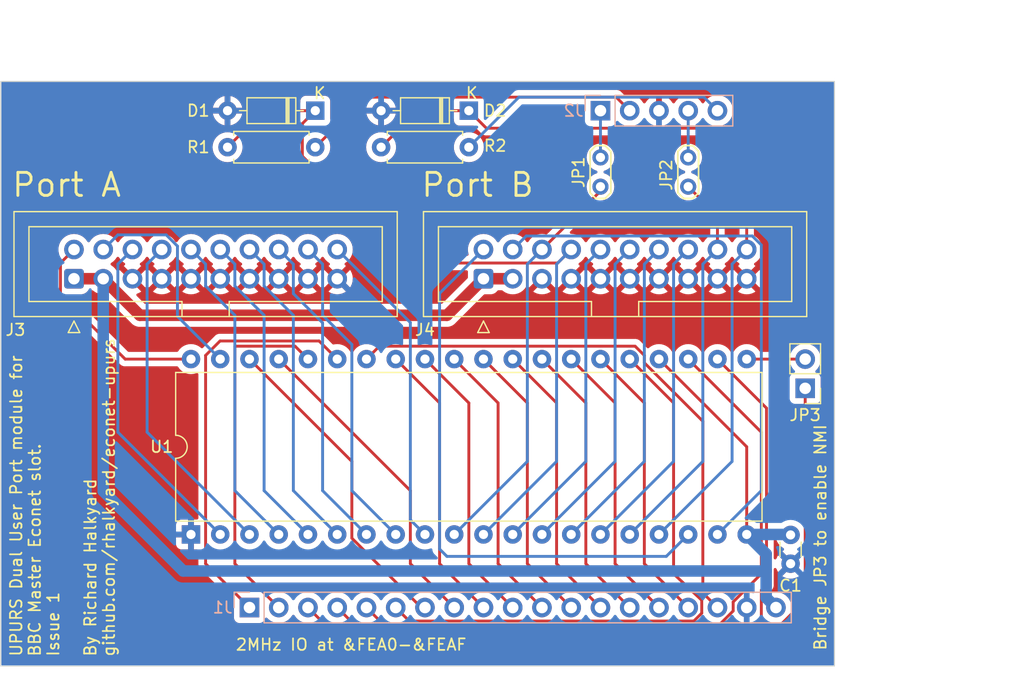
<source format=kicad_pcb>
(kicad_pcb (version 20221018) (generator pcbnew)
  (layers (0 "F.Cu" signal) (31 "B.Cu" signal) (34 "B.Paste" user) (35 "F.Paste" user) (36 "B.SilkS" user "B.Silkscreen") (37 "F.SilkS" user "F.Silkscreen") (38 "B.Mask" user) (39 "F.Mask" user) (44 "Edge.Cuts" user))
  (net 0 "")
  (net 1 "+5V")
  (net 2 "GND")
  (net 3 "/A3")
  (net 4 "/A2")
  (net 5 "/~{NETINT}")
  (net 6 "/R~{W}")
  (net 7 "/~{ADLC}")
  (net 8 "/Phi2")
  (net 9 "/A0")
  (net 10 "/A1")
  (net 11 "/D0")
  (net 12 "/D1")
  (net 13 "/D2")
  (net 14 "/D3")
  (net 15 "/D4")
  (net 16 "/D5")
  (net 17 "/D6")
  (net 18 "/D7")
  (net 19 "/~{RST}")
  (net 20 "Net-(J2-Pin_2)")
  (net 21 "Net-(J2-Pin_4)")
  (net 22 "Net-(J3-Pin_2)")
  (net 23 "Net-(J3-Pin_4)")
  (net 24 "/RXD")
  (net 25 "Net-(J3-Pin_10)")
  (net 26 "Net-(J3-Pin_12)")
  (net 27 "Net-(J3-Pin_14)")
  (net 28 "Net-(J3-Pin_16)")
  (net 29 "/CTS")
  (net 30 "Net-(J4-Pin_2)")
  (net 31 "/RTS")
  (net 32 "/TXD")
  (net 33 "Net-(J2-Pin_5)")
  (net 34 "Net-(J3-Pin_6)")
  (net 35 "Net-(J3-Pin_8)")
  (net 36 "Net-(J3-Pin_18)")
  (net 37 "Net-(J3-Pin_20)")
  (net 38 "Net-(J4-Pin_4)")
  (net 39 "Net-(J4-Pin_10)")
  (net 40 "Net-(J4-Pin_14)")
  (net 41 "Net-(J4-Pin_16)")
  (net 42 "Net-(JP3-B)")
  (net 43 "Net-(J2-Pin_1)")
  (net 44 "Net-(J4-Pin_12)")
  (footprint "Diode_THT:D_DO-35_SOD27_P7.62mm_Horizontal" (layer "F.Cu") (at 84.455 30.48 180)
    (fp_text reference "D1" (at 10.16 0) (layer "F.SilkS"))
    (fp_text value "1N4148")
    (fp_text user "K" (at -0.381 1.524) (layer "F.SilkS"))
    (fp_line (start 1.04 0) (end 1.69 0) (stroke (width 0.12)) (layer "F.SilkS"))
    (fp_line (start 1.69 -1.12) (end 1.69 1.12) (stroke (width 0.12)) (layer "F.SilkS"))
    (fp_line (start 1.69 1.12) (end 5.93 1.12) (stroke (width 0.12)) (layer "F.SilkS"))
    (fp_line (start 2.29 -1.12) (end 2.29 1.12) (stroke (width 0.12)) (layer "F.SilkS"))
    (fp_line (start 2.41 -1.12) (end 2.41 1.12) (stroke (width 0.12)) (layer "F.SilkS"))
    (fp_line (start 2.53 -1.12) (end 2.53 1.12) (stroke (width 0.12)) (layer "F.SilkS"))
    (fp_line (start 5.93 -1.12) (end 1.69 -1.12) (stroke (width 0.12)) (layer "F.SilkS"))
    (fp_line (start 5.93 1.12) (end 5.93 -1.12) (stroke (width 0.12)) (layer "F.SilkS"))
    (fp_line (start 6.58 0) (end 5.93 0) (stroke (width 0.12)) (layer "F.SilkS"))
    (pad "1" thru_hole rect (at 0 0 180) (size 1.6 1.6) (drill 0.8) (layers "*.Cu" "*.Mask") (net 31 "/RTS"))
    (pad "2" thru_hole oval (at 7.62 0 180) (size 1.6 1.6) (drill 0.8) (layers "*.Cu" "*.Mask") (net 2 "GND"))
  )
  (footprint "Package_DIP:DIP-40_W15.24mm" (layer "F.Cu") (at 73.66 67.31 90)
    (fp_text reference "U1" (at 7.62 -2.54 180) (layer "F.SilkS"))
    (fp_text value "W65C22N")
    (fp_line (start 1.16 -1.33) (end 1.16 49.59) (stroke (width 0.12)) (layer "F.SilkS"))
    (fp_line (start 1.16 49.59) (end 14.08 49.59) (stroke (width 0.12)) (layer "F.SilkS"))
    (fp_line (start 6.62 -1.33) (end 1.16 -1.33) (stroke (width 0.12)) (layer "F.SilkS"))
    (fp_line (start 14.08 -1.33) (end 8.62 -1.33) (stroke (width 0.12)) (layer "F.SilkS"))
    (fp_line (start 14.08 49.59) (end 14.08 -1.33) (stroke (width 0.12)) (layer "F.SilkS"))
    (fp_arc (start 8.62 -1.33) (mid 7.62 -0.33) (end 6.62 -1.33) (stroke (width 0.12)) (layer "F.SilkS"))
    (pad "1" thru_hole rect (at 0 0 90) (size 1.6 1.6) (drill 0.8) (layers "*.Cu" "*.Mask") (net 2 "GND"))
    (pad "2" thru_hole oval (at 0 2.54 90) (size 1.6 1.6) (drill 0.8) (layers "*.Cu" "*.Mask") (net 34 "Net-(J3-Pin_6)"))
    (pad "3" thru_hole oval (at 0 5.08 90) (size 1.6 1.6) (drill 0.8) (layers "*.Cu" "*.Mask") (net 35 "Net-(J3-Pin_8)"))
    (pad "4" thru_hole oval (at 0 7.62 90) (size 1.6 1.6) (drill 0.8) (layers "*.Cu" "*.Mask") (net 25 "Net-(J3-Pin_10)"))
    (pad "5" thru_hole oval (at 0 10.16 90) (size 1.6 1.6) (drill 0.8) (layers "*.Cu" "*.Mask") (net 26 "Net-(J3-Pin_12)"))
    (pad "6" thru_hole oval (at 0 12.7 90) (size 1.6 1.6) (drill 0.8) (layers "*.Cu" "*.Mask") (net 27 "Net-(J3-Pin_14)"))
    (pad "7" thru_hole oval (at 0 15.24 90) (size 1.6 1.6) (drill 0.8) (layers "*.Cu" "*.Mask") (net 28 "Net-(J3-Pin_16)"))
    (pad "8" thru_hole oval (at 0 17.78 90) (size 1.6 1.6) (drill 0.8) (layers "*.Cu" "*.Mask") (net 36 "Net-(J3-Pin_18)"))
    (pad "9" thru_hole oval (at 0 20.32 90) (size 1.6 1.6) (drill 0.8) (layers "*.Cu" "*.Mask") (net 37 "Net-(J3-Pin_20)"))
    (pad "10" thru_hole oval (at 0 22.86 90) (size 1.6 1.6) (drill 0.8) (layers "*.Cu" "*.Mask") (net 24 "/RXD"))
    (pad "11" thru_hole oval (at 0 25.4 90) (size 1.6 1.6) (drill 0.8) (layers "*.Cu" "*.Mask") (net 31 "/RTS"))
    (pad "12" thru_hole oval (at 0 27.94 90) (size 1.6 1.6) (drill 0.8) (layers "*.Cu" "*.Mask") (net 39 "Net-(J4-Pin_10)"))
    (pad "13" thru_hole oval (at 0 30.48 90) (size 1.6 1.6) (drill 0.8) (layers "*.Cu" "*.Mask") (net 44 "Net-(J4-Pin_12)"))
    (pad "14" thru_hole oval (at 0 33.02 90) (size 1.6 1.6) (drill 0.8) (layers "*.Cu" "*.Mask") (net 40 "Net-(J4-Pin_14)"))
    (pad "15" thru_hole oval (at 0 35.56 90) (size 1.6 1.6) (drill 0.8) (layers "*.Cu" "*.Mask") (net 41 "Net-(J4-Pin_16)"))
    (pad "16" thru_hole oval (at 0 38.1 90) (size 1.6 1.6) (drill 0.8) (layers "*.Cu" "*.Mask") (net 29 "/CTS"))
    (pad "17" thru_hole oval (at 0 40.64 90) (size 1.6 1.6) (drill 0.8) (layers "*.Cu" "*.Mask") (net 32 "/TXD"))
    (pad "18" thru_hole oval (at 0 43.18 90) (size 1.6 1.6) (drill 0.8) (layers "*.Cu" "*.Mask") (net 30 "Net-(J4-Pin_2)"))
    (pad "19" thru_hole oval (at 0 45.72 90) (size 1.6 1.6) (drill 0.8) (layers "*.Cu" "*.Mask") (net 38 "Net-(J4-Pin_4)"))
    (pad "20" thru_hole oval (at 0 48.26 90) (size 1.6 1.6) (drill 0.8) (layers "*.Cu" "*.Mask") (net 1 "+5V"))
    (pad "21" thru_hole oval (at 15.24 48.26 90) (size 1.6 1.6) (drill 0.8) (layers "*.Cu" "*.Mask") (net 42 "Net-(JP3-B)"))
    (pad "22" thru_hole oval (at 15.24 45.72 90) (size 1.6 1.6) (drill 0.8) (layers "*.Cu" "*.Mask") (net 6 "/R~{W}"))
    (pad "23" thru_hole oval (at 15.24 43.18 90) (size 1.6 1.6) (drill 0.8) (layers "*.Cu" "*.Mask") (net 7 "/~{ADLC}"))
    (pad "24" thru_hole oval (at 15.24 40.64 90) (size 1.6 1.6) (drill 0.8) (layers "*.Cu" "*.Mask") (net 1 "+5V"))
    (pad "25" thru_hole oval (at 15.24 38.1 90) (size 1.6 1.6) (drill 0.8) (layers "*.Cu" "*.Mask") (net 8 "/Phi2"))
    (pad "26" thru_hole oval (at 15.24 35.56 90) (size 1.6 1.6) (drill 0.8) (layers "*.Cu" "*.Mask") (net 18 "/D7"))
    (pad "27" thru_hole oval (at 15.24 33.02 90) (size 1.6 1.6) (drill 0.8) (layers "*.Cu" "*.Mask") (net 17 "/D6"))
    (pad "28" thru_hole oval (at 15.24 30.48 90) (size 1.6 1.6) (drill 0.8) (layers "*.Cu" "*.Mask") (net 16 "/D5"))
    (pad "29" thru_hole oval (at 15.24 27.94 90) (size 1.6 1.6) (drill 0.8) (layers "*.Cu" "*.Mask") (net 15 "/D4"))
    (pad "30" thru_hole oval (at 15.24 25.4 90) (size 1.6 1.6) (drill 0.8) (layers "*.Cu" "*.Mask") (net 14 "/D3"))
    (pad "31" thru_hole oval (at 15.24 22.86 90) (size 1.6 1.6) (drill 0.8) (layers "*.Cu" "*.Mask") (net 13 "/D2"))
    (pad "32" thru_hole oval (at 15.24 20.32 90) (size 1.6 1.6) (drill 0.8) (layers "*.Cu" "*.Mask") (net 12 "/D1"))
    (pad "33" thru_hole oval (at 15.24 17.78 90) (size 1.6 1.6) (drill 0.8) (layers "*.Cu" "*.Mask") (net 11 "/D0"))
    (pad "34" thru_hole oval (at 15.24 15.24 90) (size 1.6 1.6) (drill 0.8) (layers "*.Cu" "*.Mask") (net 19 "/~{RST}"))
    (pad "35" thru_hole oval (at 15.24 12.7 90) (size 1.6 1.6) (drill 0.8) (layers "*.Cu" "*.Mask") (net 3 "/A3"))
    (pad "36" thru_hole oval (at 15.24 10.16 90) (size 1.6 1.6) (drill 0.8) (layers "*.Cu" "*.Mask") (net 4 "/A2"))
    (pad "37" thru_hole oval (at 15.24 7.62 90) (size 1.6 1.6) (drill 0.8) (layers "*.Cu" "*.Mask") (net 10 "/A1"))
    (pad "38" thru_hole oval (at 15.24 5.08 90) (size 1.6 1.6) (drill 0.8) (layers "*.Cu" "*.Mask") (net 9 "/A0"))
    (pad "39" thru_hole oval (at 15.24 2.54 90) (size 1.6 1.6) (drill 0.8) (layers "*.Cu" "*.Mask") (net 23 "Net-(J3-Pin_4)"))
    (pad "40" thru_hole oval (at 15.24 0 90) (size 1.6 1.6) (drill 0.8) (layers "*.Cu" "*.Mask") (net 22 "Net-(J3-Pin_2)"))
  )
  (footprint "Connector_IDC:IDC-Header_2x10_P2.54mm_Vertical" (layer "F.Cu") (at 63.5 45.085 90)
    (fp_text reference "J3" (at -4.445 -5.08 180) (layer "F.SilkS"))
    (fp_text value "Conn_02x10_Odd_Even")
    (fp_line (start -4.68 -0.5) (end -4.68 0.5) (stroke (width 0.12)) (layer "F.SilkS"))
    (fp_line (start -4.68 0.5) (end -3.68 0) (stroke (width 0.12)) (layer "F.SilkS"))
    (fp_line (start -3.68 0) (end -4.68 -0.5) (stroke (width 0.12)) (layer "F.SilkS"))
    (fp_line (start -3.29 -5.21) (end 5.83 -5.21) (stroke (width 0.12)) (layer "F.SilkS"))
    (fp_line (start -3.29 9.38) (end -1.98 9.38) (stroke (width 0.12)) (layer "F.SilkS"))
    (fp_line (start -3.29 28.07) (end -3.29 -5.21) (stroke (width 0.12)) (layer "F.SilkS"))
    (fp_line (start -1.98 -3.91) (end 4.52 -3.91) (stroke (width 0.12)) (layer "F.SilkS"))
    (fp_line (start -1.98 9.38) (end -1.98 -3.91) (stroke (width 0.12)) (layer "F.SilkS"))
    (fp_line (start -1.98 13.48) (end -3.29 13.48) (stroke (width 0.12)) (layer "F.SilkS"))
    (fp_line (start -1.98 13.48) (end -1.98 13.48) (stroke (width 0.12)) (layer "F.SilkS"))
    (fp_line (start -1.98 26.77) (end -1.98 13.48) (stroke (width 0.12)) (layer "F.SilkS"))
    (fp_line (start 4.52 -3.91) (end 4.52 26.77) (stroke (width 0.12)) (layer "F.SilkS"))
    (fp_line (start 4.52 26.77) (end -1.98 26.77) (stroke (width 0.12)) (layer "F.SilkS"))
    (fp_line (start 5.83 -5.21) (end 5.83 28.07) (stroke (width 0.12)) (layer "F.SilkS"))
    (fp_line (start 5.83 28.07) (end -3.29 28.07) (stroke (width 0.12)) (layer "F.SilkS"))
    (pad "1" thru_hole roundrect (at 0 0 90) (size 1.7 1.7) (drill 1) (layers "*.Cu" "*.Mask") (roundrect_rratio 0.1470588235) (net 1 "+5V"))
    (pad "2" thru_hole circle (at 2.54 0 90) (size 1.7 1.7) (drill 1) (layers "*.Cu" "*.Mask") (net 22 "Net-(J3-Pin_2)"))
    (pad "3" thru_hole circle (at 0 2.54 90) (size 1.7 1.7) (drill 1) (layers "*.Cu" "*.Mask") (net 1 "+5V"))
    (pad "4" thru_hole circle (at 2.54 2.54 90) (size 1.7 1.7) (drill 1) (layers "*.Cu" "*.Mask") (net 23 "Net-(J3-Pin_4)"))
    (pad "5" thru_hole circle (at 0 5.08 90) (size 1.7 1.7) (drill 1) (layers "*.Cu" "*.Mask") (net 2 "GND"))
    (pad "6" thru_hole circle (at 2.54 5.08 90) (size 1.7 1.7) (drill 1) (layers "*.Cu" "*.Mask") (net 34 "Net-(J3-Pin_6)"))
    (pad "7" thru_hole circle (at 0 7.62 90) (size 1.7 1.7) (drill 1) (layers "*.Cu" "*.Mask") (net 2 "GND"))
    (pad "8" thru_hole circle (at 2.54 7.62 90) (size 1.7 1.7) (drill 1) (layers "*.Cu" "*.Mask") (net 35 "Net-(J3-Pin_8)"))
    (pad "9" thru_hole circle (at 0 10.16 90) (size 1.7 1.7) (drill 1) (layers "*.Cu" "*.Mask") (net 2 "GND"))
    (pad "10" thru_hole circle (at 2.54 10.16 90) (size 1.7 1.7) (drill 1) (layers "*.Cu" "*.Mask") (net 25 "Net-(J3-Pin_10)"))
    (pad "11" thru_hole circle (at 0 12.7 90) (size 1.7 1.7) (drill 1) (layers "*.Cu" "*.Mask") (net 2 "GND"))
    (pad "12" thru_hole circle (at 2.54 12.7 90) (size 1.7 1.7) (drill 1) (layers "*.Cu" "*.Mask") (net 26 "Net-(J3-Pin_12)"))
    (pad "13" thru_hole circle (at 0 15.24 90) (size 1.7 1.7) (drill 1) (layers "*.Cu" "*.Mask") (net 2 "GND"))
    (pad "14" thru_hole circle (at 2.54 15.24 90) (size 1.7 1.7) (drill 1) (layers "*.Cu" "*.Mask") (net 27 "Net-(J3-Pin_14)"))
    (pad "15" thru_hole circle (at 0 17.78 90) (size 1.7 1.7) (drill 1) (layers "*.Cu" "*.Mask") (net 2 "GND"))
    (pad "16" thru_hole circle (at 2.54 17.78 90) (size 1.7 1.7) (drill 1) (layers "*.Cu" "*.Mask") (net 28 "Net-(J3-Pin_16)"))
    (pad "17" thru_hole circle (at 0 20.32 90) (size 1.7 1.7) (drill 1) (layers "*.Cu" "*.Mask") (net 2 "GND"))
    (pad "18" thru_hole circle (at 2.54 20.32 90) (size 1.7 1.7) (drill 1) (layers "*.Cu" "*.Mask") (net 36 "Net-(J3-Pin_18)"))
    (pad "19" thru_hole circle (at 0 22.86 90) (size 1.7 1.7) (drill 1) (layers "*.Cu" "*.Mask") (net 2 "GND"))
    (pad "20" thru_hole circle (at 2.54 22.86 90) (size 1.7 1.7) (drill 1) (layers "*.Cu" "*.Mask") (net 37 "Net-(J3-Pin_20)"))
  )
  (footprint "Connector_IDC:IDC-Header_2x10_P2.54mm_Vertical" (layer "F.Cu") (at 99.06 45.085 90)
    (fp_text reference "J4" (at -4.445 -5.08 180) (layer "F.SilkS"))
    (fp_text value "Conn_02x10_Odd_Even")
    (fp_line (start -4.68 -0.5) (end -4.68 0.5) (stroke (width 0.12)) (layer "F.SilkS"))
    (fp_line (start -4.68 0.5) (end -3.68 0) (stroke (width 0.12)) (layer "F.SilkS"))
    (fp_line (start -3.68 0) (end -4.68 -0.5) (stroke (width 0.12)) (layer "F.SilkS"))
    (fp_line (start -3.29 -5.21) (end 5.83 -5.21) (stroke (width 0.12)) (layer "F.SilkS"))
    (fp_line (start -3.29 9.38) (end -1.98 9.38) (stroke (width 0.12)) (layer "F.SilkS"))
    (fp_line (start -3.29 28.07) (end -3.29 -5.21) (stroke (width 0.12)) (layer "F.SilkS"))
    (fp_line (start -1.98 -3.91) (end 4.52 -3.91) (stroke (width 0.12)) (layer "F.SilkS"))
    (fp_line (start -1.98 9.38) (end -1.98 -3.91) (stroke (width 0.12)) (layer "F.SilkS"))
    (fp_line (start -1.98 13.48) (end -3.29 13.48) (stroke (width 0.12)) (layer "F.SilkS"))
    (fp_line (start -1.98 13.48) (end -1.98 13.48) (stroke (width 0.12)) (layer "F.SilkS"))
    (fp_line (start -1.98 26.77) (end -1.98 13.48) (stroke (width 0.12)) (layer "F.SilkS"))
    (fp_line (start 4.52 -3.91) (end 4.52 26.77) (stroke (width 0.12)) (layer "F.SilkS"))
    (fp_line (start 4.52 26.77) (end -1.98 26.77) (stroke (width 0.12)) (layer "F.SilkS"))
    (fp_line (start 5.83 -5.21) (end 5.83 28.07) (stroke (width 0.12)) (layer "F.SilkS"))
    (fp_line (start 5.83 28.07) (end -3.29 28.07) (stroke (width 0.12)) (layer "F.SilkS"))
    (pad "1" thru_hole roundrect (at 0 0 90) (size 1.7 1.7) (drill 1) (layers "*.Cu" "*.Mask") (roundrect_rratio 0.1470588235) (net 1 "+5V"))
    (pad "2" thru_hole circle (at 2.54 0 90) (size 1.7 1.7) (drill 1) (layers "*.Cu" "*.Mask") (net 30 "Net-(J4-Pin_2)"))
    (pad "3" thru_hole circle (at 0 2.54 90) (size 1.7 1.7) (drill 1) (layers "*.Cu" "*.Mask") (net 1 "+5V"))
    (pad "4" thru_hole circle (at 2.54 2.54 90) (size 1.7 1.7) (drill 1) (layers "*.Cu" "*.Mask") (net 38 "Net-(J4-Pin_4)"))
    (pad "5" thru_hole circle (at 0 5.08 90) (size 1.7 1.7) (drill 1) (layers "*.Cu" "*.Mask") (net 2 "GND"))
    (pad "6" thru_hole circle (at 2.54 5.08 90) (size 1.7 1.7) (drill 1) (layers "*.Cu" "*.Mask") (net 24 "/RXD"))
    (pad "7" thru_hole circle (at 0 7.62 90) (size 1.7 1.7) (drill 1) (layers "*.Cu" "*.Mask") (net 2 "GND"))
    (pad "8" thru_hole circle (at 2.54 7.62 90) (size 1.7 1.7) (drill 1) (layers "*.Cu" "*.Mask") (net 31 "/RTS"))
    (pad "9" thru_hole circle (at 0 10.16 90) (size 1.7 1.7) (drill 1) (layers "*.Cu" "*.Mask") (net 2 "GND"))
    (pad "10" thru_hole circle (at 2.54 10.16 90) (size 1.7 1.7) (drill 1) (layers "*.Cu" "*.Mask") (net 39 "Net-(J4-Pin_10)"))
    (pad "11" thru_hole circle (at 0 12.7 90) (size 1.7 1.7) (drill 1) (layers "*.Cu" "*.Mask") (net 2 "GND"))
    (pad "12" thru_hole circle (at 2.54 12.7 90) (size 1.7 1.7) (drill 1) (layers "*.Cu" "*.Mask") (net 44 "Net-(J4-Pin_12)"))
    (pad "13" thru_hole circle (at 0 15.24 90) (size 1.7 1.7) (drill 1) (layers "*.Cu" "*.Mask") (net 2 "GND"))
    (pad "14" thru_hole circle (at 2.54 15.24 90) (size 1.7 1.7) (drill 1) (layers "*.Cu" "*.Mask") (net 40 "Net-(J4-Pin_14)"))
    (pad "15" thru_hole circle (at 0 17.78 90) (size 1.7 1.7) (drill 1) (layers "*.Cu" "*.Mask") (net 2 "GND"))
    (pad "16" thru_hole circle (at 2.54 17.78 90) (size 1.7 1.7) (drill 1) (layers "*.Cu" "*.Mask") (net 41 "Net-(J4-Pin_16)"))
    (pad "17" thru_hole circle (at 0 20.32 90) (size 1.7 1.7) (drill 1) (layers "*.Cu" "*.Mask") (net 2 "GND"))
    (pad "18" thru_hole circle (at 2.54 20.32 90) (size 1.7 1.7) (drill 1) (layers "*.Cu" "*.Mask") (net 29 "/CTS"))
    (pad "19" thru_hole circle (at 0 22.86 90) (size 1.7 1.7) (drill 1) (layers "*.Cu" "*.Mask") (net 2 "GND"))
    (pad "20" thru_hole circle (at 2.54 22.86 90) (size 1.7 1.7) (drill 1) (layers "*.Cu" "*.Mask") (net 32 "/TXD"))
  )
  (footprint "Capacitor_THT:C_Disc_D3.0mm_W1.6mm_P2.50mm" (layer "F.Cu") (at 125.73 67.35 -90)
    (fp_text reference "C1" (at 4.405 0) (layer "F.SilkS"))
    (fp_text value "0.1uF")
    (fp_line (start 0.621 -0.92) (end 1.879 -0.92) (stroke (width 0.12)) (layer "F.SilkS"))
    (fp_line (start 0.621 0.92) (end 1.879 0.92) (stroke (width 0.12)) (layer "F.SilkS"))
    (pad "1" thru_hole circle (at 0 0 270) (size 1.6 1.6) (drill 0.8) (layers "*.Cu" "*.Mask") (net 1 "+5V"))
    (pad "2" thru_hole circle (at 2.5 0 270) (size 1.6 1.6) (drill 0.8) (layers "*.Cu" "*.Mask") (net 2 "GND"))
  )
  (footprint "TestPoint:TestPoint_2Pads_Pitch2.54mm_Drill0.8mm" (layer "F.Cu") (at 109.22 37.084 90)
    (fp_text reference "JP1" (at 1.25 -1.905 90) (layer "F.SilkS"))
    (fp_text value "Jumper_2_Bridged")
    (fp_line (start -1.03 -0.4) (end -0.53 -0.9) (stroke (width 0.15)) (layer "F.SilkS"))
    (fp_line (start -1.03 0.4) (end -1.03 -0.4) (stroke (width 0.15)) (layer "F.SilkS"))
    (fp_line (start -0.53 -0.9) (end 3.07 -0.9) (stroke (width 0.15)) (layer "F.SilkS"))
    (fp_line (start -0.53 0.9) (end -1.03 0.4) (stroke (width 0.15)) (layer "F.SilkS"))
    (fp_line (start 3.07 -0.9) (end 3.57 -0.4) (stroke (width 0.15)) (layer "F.SilkS"))
    (fp_line (start 3.07 0.9) (end -0.53 0.9) (stroke (width 0.15)) (layer "F.SilkS"))
    (fp_line (start 3.57 -0.4) (end 3.57 0.4) (stroke (width 0.15)) (layer "F.SilkS"))
    (fp_line (start 3.57 0.4) (end 3.07 0.9) (stroke (width 0.15)) (layer "F.SilkS"))
    (pad "1" thru_hole circle (at 0 0 90) (size 1.4 1.4) (drill 0.8) (layers "*.Cu" "*.Mask") (net 24 "/RXD"))
    (pad "2" thru_hole circle (at 2.54 0 90) (size 1.4 1.4) (drill 0.8) (layers "*.Cu" "*.Mask") (net 43 "Net-(J2-Pin_1)"))
  )
  (footprint "Resistor_THT:R_Axial_DIN0207_L6.3mm_D2.5mm_P7.62mm_Horizontal" (layer "F.Cu") (at 90.17 33.655)
    (fp_text reference "R2" (at 9.906 -0.127) (layer "F.SilkS"))
    (fp_text value "4.7K")
    (fp_line (start 0.54 -1.37) (end 7.08 -1.37) (stroke (width 0.12)) (layer "F.SilkS"))
    (fp_line (start 0.54 -1.04) (end 0.54 -1.37) (stroke (width 0.12)) (layer "F.SilkS"))
    (fp_line (start 0.54 1.04) (end 0.54 1.37) (stroke (width 0.12)) (layer "F.SilkS"))
    (fp_line (start 0.54 1.37) (end 7.08 1.37) (stroke (width 0.12)) (layer "F.SilkS"))
    (fp_line (start 7.08 -1.37) (end 7.08 -1.04) (stroke (width 0.12)) (layer "F.SilkS"))
    (fp_line (start 7.08 1.37) (end 7.08 1.04) (stroke (width 0.12)) (layer "F.SilkS"))
    (pad "1" thru_hole circle (at 0 0) (size 1.6 1.6) (drill 0.8) (layers "*.Cu" "*.Mask") (net 32 "/TXD"))
    (pad "2" thru_hole oval (at 7.62 0) (size 1.6 1.6) (drill 0.8) (layers "*.Cu" "*.Mask") (net 33 "Net-(J2-Pin_5)"))
  )
  (footprint "Resistor_THT:R_Axial_DIN0207_L6.3mm_D2.5mm_P7.62mm_Horizontal" (layer "F.Cu") (at 76.835 33.655)
    (fp_text reference "R1" (at -2.54 0) (layer "F.SilkS"))
    (fp_text value "4.7K")
    (fp_line (start 0.54 -1.37) (end 7.08 -1.37) (stroke (width 0.12)) (layer "F.SilkS"))
    (fp_line (start 0.54 -1.04) (end 0.54 -1.37) (stroke (width 0.12)) (layer "F.SilkS"))
    (fp_line (start 0.54 1.04) (end 0.54 1.37) (stroke (width 0.12)) (layer "F.SilkS"))
    (fp_line (start 0.54 1.37) (end 7.08 1.37) (stroke (width 0.12)) (layer "F.SilkS"))
    (fp_line (start 7.08 -1.37) (end 7.08 -1.04) (stroke (width 0.12)) (layer "F.SilkS"))
    (fp_line (start 7.08 1.37) (end 7.08 1.04) (stroke (width 0.12)) (layer "F.SilkS"))
    (pad "1" thru_hole circle (at 0 0) (size 1.6 1.6) (drill 0.8) (layers "*.Cu" "*.Mask") (net 31 "/RTS"))
    (pad "2" thru_hole oval (at 7.62 0) (size 1.6 1.6) (drill 0.8) (layers "*.Cu" "*.Mask") (net 20 "Net-(J2-Pin_2)"))
  )
  (footprint "Diode_THT:D_DO-35_SOD27_P7.62mm_Horizontal" (layer "F.Cu") (at 97.79 30.48 180)
    (fp_text reference "D2" (at -2.286 0) (layer "F.SilkS"))
    (fp_text value "1N4148")
    (fp_text user "K" (at -0.254 1.524) (layer "F.SilkS"))
    (fp_line (start 1.04 0) (end 1.69 0) (stroke (width 0.12)) (layer "F.SilkS"))
    (fp_line (start 1.69 -1.12) (end 1.69 1.12) (stroke (width 0.12)) (layer "F.SilkS"))
    (fp_line (start 1.69 1.12) (end 5.93 1.12) (stroke (width 0.12)) (layer "F.SilkS"))
    (fp_line (start 2.29 -1.12) (end 2.29 1.12) (stroke (width 0.12)) (layer "F.SilkS"))
    (fp_line (start 2.41 -1.12) (end 2.41 1.12) (stroke (width 0.12)) (layer "F.SilkS"))
    (fp_line (start 2.53 -1.12) (end 2.53 1.12) (stroke (width 0.12)) (layer "F.SilkS"))
    (fp_line (start 5.93 -1.12) (end 1.69 -1.12) (stroke (width 0.12)) (layer "F.SilkS"))
    (fp_line (start 5.93 1.12) (end 5.93 -1.12) (stroke (width 0.12)) (layer "F.SilkS"))
    (fp_line (start 6.58 0) (end 5.93 0) (stroke (width 0.12)) (layer "F.SilkS"))
    (pad "1" thru_hole rect (at 0 0 180) (size 1.6 1.6) (drill 0.8) (layers "*.Cu" "*.Mask") (net 32 "/TXD"))
    (pad "2" thru_hole oval (at 7.62 0 180) (size 1.6 1.6) (drill 0.8) (layers "*.Cu" "*.Mask") (net 2 "GND"))
  )
  (footprint "TestPoint:TestPoint_2Pads_Pitch2.54mm_Drill0.8mm" (layer "F.Cu") (at 116.84 37.084 90)
    (fp_text reference "JP2" (at 1.016 -1.905 90) (layer "F.SilkS"))
    (fp_text value "Jumper_2_Bridged")
    (fp_line (start -1.03 -0.4) (end -0.53 -0.9) (stroke (width 0.15)) (layer "F.SilkS"))
    (fp_line (start -1.03 0.4) (end -1.03 -0.4) (stroke (width 0.15)) (layer "F.SilkS"))
    (fp_line (start -0.53 -0.9) (end 3.07 -0.9) (stroke (width 0.15)) (layer "F.SilkS"))
    (fp_line (start -0.53 0.9) (end -1.03 0.4) (stroke (width 0.15)) (layer "F.SilkS"))
    (fp_line (start 3.07 -0.9) (end 3.57 -0.4) (stroke (width 0.15)) (layer "F.SilkS"))
    (fp_line (start 3.07 0.9) (end -0.53 0.9) (stroke (width 0.15)) (layer "F.SilkS"))
    (fp_line (start 3.57 -0.4) (end 3.57 0.4) (stroke (width 0.15)) (layer "F.SilkS"))
    (fp_line (start 3.57 0.4) (end 3.07 0.9) (stroke (width 0.15)) (layer "F.SilkS"))
    (pad "1" thru_hole circle (at 0 0 90) (size 1.4 1.4) (drill 0.8) (layers "*.Cu" "*.Mask") (net 29 "/CTS"))
    (pad "2" thru_hole circle (at 2.54 0 90) (size 1.4 1.4) (drill 0.8) (layers "*.Cu" "*.Mask") (net 21 "Net-(J2-Pin_4)"))
  )
  (footprint "Connector_PinHeader_2.54mm:PinHeader_1x02_P2.54mm_Vertical" (layer "F.Cu") (at 127 54.61 180)
    (fp_text reference "JP3" (at 0 -2.33) (layer "F.SilkS"))
    (fp_text value "Jumper_2_Open")
    (fp_line (start -1.33 -1.33) (end 0 -1.33) (stroke (width 0.12)) (layer "F.SilkS"))
    (fp_line (start -1.33 0) (end -1.33 -1.33) (stroke (width 0.12)) (layer "F.SilkS"))
    (fp_line (start -1.33 1.27) (end -1.33 3.87) (stroke (width 0.12)) (layer "F.SilkS"))
    (fp_line (start -1.33 1.27) (end 1.33 1.27) (stroke (width 0.12)) (layer "F.SilkS"))
    (fp_line (start -1.33 3.87) (end 1.33 3.87) (stroke (width 0.12)) (layer "F.SilkS"))
    (fp_line (start 1.33 1.27) (end 1.33 3.87) (stroke (width 0.12)) (layer "F.SilkS"))
    (pad "1" thru_hole rect (at 0 0 180) (size 1.7 1.7) (drill 1) (layers "*.Cu" "*.Mask") (net 5 "/~{NETINT}"))
    (pad "2" thru_hole oval (at 0 2.54 180) (size 1.7 1.7) (drill 1) (layers "*.Cu" "*.Mask") (net 42 "Net-(JP3-B)"))
  )
  (footprint "Connector_PinHeader_2.54mm:PinHeader_1x19_P2.54mm_Vertical" (layer "B.Cu") (at 78.74 73.66 -90)
    (fp_text reference "J1" (at 0 2.33 -180) (layer "B.SilkS") (effects (justify mirror)))
    (fp_text value "Conn_01x19_Pin")
    (fp_line (start -1.33 -47.05) (end 1.33 -47.05) (stroke (width 0.12)) (layer "B.SilkS"))
    (fp_line (start -1.33 -1.27) (end -1.33 -47.05) (stroke (width 0.12)) (layer "B.SilkS"))
    (fp_line (start -1.33 -1.27) (end 1.33 -1.27) (stroke (width 0.12)) (layer "B.SilkS"))
    (fp_line (start -1.33 0) (end -1.33 1.33) (stroke (width 0.12)) (layer "B.SilkS"))
    (fp_line (start -1.33 1.33) (end 0 1.33) (stroke (width 0.12)) (layer "B.SilkS"))
    (fp_line (start 1.33 -1.27) (end 1.33 -47.05) (stroke (width 0.12)) (layer "B.SilkS"))
    (pad "1" thru_hole rect (at 0 0 270) (size 1.7 1.7) (drill 1) (layers "*.Cu" "*.Mask") (net 3 "/A3"))
    (pad "2" thru_hole oval (at 0 -2.54 270) (size 1.7 1.7) (drill 1) (layers "*.Cu" "*.Mask") (net 4 "/A2"))
    (pad "3" thru_hole oval (at 0 -5.08 270) (size 1.7 1.7) (drill 1) (layers "*.Cu" "*.Mask") (net 5 "/~{NETINT}"))
    (pad "4" thru_hole oval (at 0 -7.62 270) (size 1.7 1.7) (drill 1) (layers "*.Cu" "*.Mask") (net 6 "/R~{W}"))
    (pad "5" thru_hole oval (at 0 -10.16 270) (size 1.7 1.7) (drill 1) (layers "*.Cu" "*.Mask") (net 7 "/~{ADLC}"))
    (pad "6" thru_hole oval (at 0 -12.7 270) (size 1.7 1.7) (drill 1) (layers "*.Cu" "*.Mask") (net 8 "/Phi2"))
    (pad "7" thru_hole oval (at 0 -15.24 270) (size 1.7 1.7) (drill 1) (layers "*.Cu" "*.Mask") (net 9 "/A0"))
    (pad "8" thru_hole oval (at 0 -17.78 270) (size 1.7 1.7) (drill 1) (layers "*.Cu" "*.Mask") (net 10 "/A1"))
    (pad "9" thru_hole oval (at 0 -20.32 270) (size 1.7 1.7) (drill 1) (layers "*.Cu" "*.Mask") (net 11 "/D0"))
    (pad "10" thru_hole oval (at 0 -22.86 270) (size 1.7 1.7) (drill 1) (layers "*.Cu" "*.Mask") (net 12 "/D1"))
    (pad "11" thru_hole oval (at 0 -25.4 270) (size 1.7 1.7) (drill 1) (layers "*.Cu" "*.Mask") (net 13 "/D2"))
    (pad "12" thru_hole oval (at 0 -27.94 270) (size 1.7 1.7) (drill 1) (layers "*.Cu" "*.Mask") (net 14 "/D3"))
    (pad "13" thru_hole oval (at 0 -30.48 270) (size 1.7 1.7) (drill 1) (layers "*.Cu" "*.Mask") (net 15 "/D4"))
    (pad "14" thru_hole oval (at 0 -33.02 270) (size 1.7 1.7) (drill 1) (layers "*.Cu" "*.Mask") (net 16 "/D5"))
    (pad "15" thru_hole oval (at 0 -35.56 270) (size 1.7 1.7) (drill 1) (layers "*.Cu" "*.Mask") (net 17 "/D6"))
    (pad "16" thru_hole oval (at 0 -38.1 270) (size 1.7 1.7) (drill 1) (layers "*.Cu" "*.Mask") (net 18 "/D7"))
    (pad "17" thru_hole oval (at 0 -40.64 270) (size 1.7 1.7) (drill 1) (layers "*.Cu" "*.Mask") (net 19 "/~{RST}"))
    (pad "18" thru_hole oval (at 0 -43.18 270) (size 1.7 1.7) (drill 1) (layers "*.Cu" "*.Mask") (net 2 "GND"))
    (pad "19" thru_hole oval (at 0 -45.72 270) (size 1.7 1.7) (drill 1) (layers "*.Cu" "*.Mask") (net 1 "+5V"))
  )
  (footprint "Connector_PinHeader_2.54mm:PinHeader_1x05_P2.54mm_Vertical" (layer "B.Cu") (at 109.22 30.48 -90)
    (fp_text reference "J2" (at 0 2.33 -180) (layer "B.SilkS") (effects (justify mirror)))
    (fp_text value "Conn_01x05_Pin" hide)
    (fp_line (start -1.33 -11.49) (end 1.33 -11.49) (stroke (width 0.12)) (layer "B.SilkS"))
    (fp_line (start -1.33 -1.27) (end -1.33 -11.49) (stroke (width 0.12)) (layer "B.SilkS"))
    (fp_line (start -1.33 -1.27) (end 1.33 -1.27) (stroke (width 0.12)) (layer "B.SilkS"))
    (fp_line (start -1.33 0) (end -1.33 1.33) (stroke (width 0.12)) (layer "B.SilkS"))
    (fp_line (start -1.33 1.33) (end 0 1.33) (stroke (width 0.12)) (layer "B.SilkS"))
    (fp_line (start 1.33 -1.27) (end 1.33 -11.49) (stroke (width 0.12)) (layer "B.SilkS"))
    (pad "1" thru_hole rect (at 0 0 270) (size 1.7 1.7) (drill 1) (layers "*.Cu" "*.Mask") (net 43 "Net-(J2-Pin_1)"))
    (pad "2" thru_hole oval (at 0 -2.54 270) (size 1.7 1.7) (drill 1) (layers "*.Cu" "*.Mask") (net 20 "Net-(J2-Pin_2)"))
    (pad "3" thru_hole oval (at 0 -5.08 270) (size 1.7 1.7) (drill 1) (layers "*.Cu" "*.Mask") (net 2 "GND"))
    (pad "4" thru_hole oval (at 0 -7.62 270) (size 1.7 1.7) (drill 1) (layers "*.Cu" "*.Mask") (net 21 "Net-(J2-Pin_4)"))
    (pad "5" thru_hole oval (at 0 -10.16 270) (size 1.7 1.7) (drill 1) (layers "*.Cu" "*.Mask") (net 33 "Net-(J2-Pin_5)"))
  )
  (gr_rect (start 57.15 27.94) (end 129.54 78.74) (stroke (width 0.1)) (fill none) (layer "Edge.Cuts"))
  (gr_text "Port A" (at 62.865 38.1) (layer "F.SilkS") (effects (font (size 2 2) (thickness 0.25)) (justify bottom)))
  (gr_text "Bridge JP3 to enable NMI" (at 128.905 77.47 90) (layer "F.SilkS") (effects (font (size 1 1)) (justify left bottom)))
  (gr_text "2MHz IO at &FEA0-&FEAF" (at 77.47 77.47) (layer "F.SilkS") (effects (font (size 1 1)) (justify left bottom)))
  (gr_text "Port B" (at 98.552 38.1) (layer "F.SilkS") (effects (font (size 2 2) (thickness 0.25)) (justify bottom)))
  (gr_text_box "UPURS Dual User Port module for BBC Master Econet slot.\nIssue 1\n\nBy Richard Halkyard\ngithub.com/rhalkyard/econet-upurs" (start 57.15 78.74) (end 69.85 50.8) (angle 90) (layer "F.SilkS") (effects (font (size 1 1)) (justify left top)))
  (segment (start 69.215 48.26) (end 95.885 48.26) (width 1) (layer "F.Cu") (net 1))
  (segment (start 63.5 45.085) (end 66.04 45.085) (width 1) (layer "F.Cu") (net 1))
  (segment (start 114.3 52.07) (end 121.92 59.69) (width 0.25) (layer "F.Cu") (net 1))
  (segment (start 121.92 59.69) (end 121.92 67.31) (width 0.25) (layer "F.Cu") (net 1))
  (segment (start 99.06 45.085) (end 101.6 45.085) (width 1) (layer "F.Cu") (net 1))
  (segment (start 66.04 45.085) (end 69.215 48.26) (width 1) (layer "F.Cu") (net 1))
  (segment (start 95.885 48.26) (end 99.06 45.085) (width 1) (layer "F.Cu") (net 1))
  (segment (start 125.69 67.31) (end 125.73 67.35) (width 1) (layer "B.Cu") (net 1))
  (segment (start 124.46 73.66) (end 123.61 72.81) (width 1) (layer "B.Cu") (net 1))
  (segment (start 123.61 69) (end 121.92 67.31) (width 1) (layer "B.Cu") (net 1))
  (segment (start 66.04 45.085) (end 66.04 63.54) (width 1) (layer "B.Cu") (net 1))
  (segment (start 72.985 70.485) (end 123.61 70.485) (width 1) (layer "B.Cu") (net 1))
  (segment (start 123.61 72.81) (end 123.61 70.485) (width 1) (layer "B.Cu") (net 1))
  (segment (start 123.61 70.485) (end 123.61 69) (width 1) (layer "B.Cu") (net 1))
  (segment (start 121.92 67.31) (end 125.69 67.31) (width 1) (layer "B.Cu") (net 1))
  (segment (start 66.04 63.54) (end 72.985 70.485) (width 1) (layer "B.Cu") (net 1))
  (segment (start 76.18351 50.495499) (end 84.785499 50.495499) (width 0.25) (layer "F.Cu") (net 3))
  (segment (start 78.74 73.66) (end 74.93 69.85) (width 0.25) (layer "F.Cu") (net 3))
  (segment (start 74.93 69.85) (end 74.93 51.749009) (width 0.25) (layer "F.Cu") (net 3))
  (segment (start 74.93 51.749009) (end 76.18351 50.495499) (width 0.25) (layer "F.Cu") (net 3))
  (segment (start 84.785499 50.495499) (end 86.36 52.07) (width 0.25) (layer "F.Cu") (net 3))
  (segment (start 82.695 50.945) (end 77.47 50.945) (width 0.25) (layer "F.Cu") (net 4))
  (segment (start 77.47 69.85) (end 81.28 73.66) (width 0.25) (layer "F.Cu") (net 4))
  (segment (start 83.82 52.07) (end 82.695 50.945) (width 0.25) (layer "F.Cu") (net 4))
  (segment (start 77.47 50.945) (end 77.47 69.85) (width 0.25) (layer "F.Cu") (net 4))
  (segment (start 86.344002 76.184002) (end 83.82 73.66) (width 0.25) (layer "F.Cu") (net 5))
  (segment (start 123.840998 76.184002) (end 86.344002 76.184002) (width 0.25) (layer "F.Cu") (net 5))
  (segment (start 127 73.025) (end 123.840998 76.184002) (width 0.25) (layer "F.Cu") (net 5))
  (segment (start 127 54.61) (end 127 73.025) (width 0.25) (layer "F.Cu") (net 5))
  (segment (start 88.434002 75.734002) (end 122.385999 75.734002) (width 0.25) (layer "F.Cu") (net 6))
  (segment (start 123.639501 71.69789) (end 123.639501 56.329501) (width 0.25) (layer "F.Cu") (net 6))
  (segment (start 86.36 73.66) (end 88.434002 75.734002) (width 0.25) (layer "F.Cu") (net 6))
  (segment (start 123.639501 56.329501) (end 119.38 52.07) (width 0.25) (layer "F.Cu") (net 6))
  (segment (start 123.19 72.147391) (end 123.639501 71.69789) (width 0.25) (layer "F.Cu") (net 6))
  (segment (start 123.19 74.930001) (end 123.19 72.147391) (width 0.25) (layer "F.Cu") (net 6))
  (segment (start 122.385999 75.734002) (end 123.19 74.930001) (width 0.25) (layer "F.Cu") (net 6))
  (segment (start 123.19 70.728299) (end 120.745 73.173299) (width 0.25) (layer "F.Cu") (net 7))
  (segment (start 90.524501 75.284501) (end 88.9 73.66) (width 0.25) (layer "F.Cu") (net 7))
  (segment (start 120.745 73.956701) (end 119.4172 75.284501) (width 0.25) (layer "F.Cu") (net 7))
  (segment (start 119.4172 75.284501) (end 90.524501 75.284501) (width 0.25) (layer "F.Cu") (net 7))
  (segment (start 116.84 52.07) (end 123.19 58.42) (width 0.25) (layer "F.Cu") (net 7))
  (segment (start 120.745 73.173299) (end 120.745 73.956701) (width 0.25) (layer "F.Cu") (net 7))
  (segment (start 123.19 58.42) (end 123.19 70.728299) (width 0.25) (layer "F.Cu") (net 7))
  (segment (start 118.015 73.025) (end 118.015 74.146701) (width 0.25) (layer "F.Cu") (net 8))
  (segment (start 117.326701 74.835) (end 92.615 74.835) (width 0.25) (layer "F.Cu") (net 8))
  (segment (start 111.76 52.07) (end 115.57 55.88) (width 0.25) (layer "F.Cu") (net 8))
  (segment (start 118.015 74.146701) (end 117.326701 74.835) (width 0.25) (layer "F.Cu") (net 8))
  (segment (start 115.57 70.728299) (end 118.015 73.025) (width 0.25) (layer "F.Cu") (net 8))
  (segment (start 115.57 55.88) (end 115.57 70.728299) (width 0.25) (layer "F.Cu") (net 8))
  (segment (start 92.615 74.835) (end 91.44 73.66) (width 0.25) (layer "F.Cu") (net 8))
  (segment (start 87.63 67.630991) (end 87.63 60.96) (width 0.25) (layer "F.Cu") (net 9))
  (segment (start 93.98 73.66) (end 93.659009 73.66) (width 0.25) (layer "F.Cu") (net 9))
  (segment (start 93.659009 73.66) (end 87.63 67.630991) (width 0.25) (layer "F.Cu") (net 9))
  (segment (start 87.63 60.96) (end 78.74 52.07) (width 0.25) (layer "F.Cu") (net 9))
  (segment (start 96.52 73.66) (end 92.71 69.85) (width 0.25) (layer "F.Cu") (net 10))
  (segment (start 92.71 63.5) (end 81.28 52.07) (width 0.25) (layer "F.Cu") (net 10))
  (segment (start 92.71 69.85) (end 92.71 63.5) (width 0.25) (layer "F.Cu") (net 10))
  (segment (start 95.25 55.88) (end 91.44 52.07) (width 0.25) (layer "F.Cu") (net 11))
  (segment (start 95.25 69.85) (end 95.25 55.88) (width 0.25) (layer "F.Cu") (net 11))
  (segment (start 99.06 73.66) (end 95.25 69.85) (width 0.25) (layer "F.Cu") (net 11))
  (segment (start 97.79 55.88) (end 93.98 52.07) (width 0.25) (layer "F.Cu") (net 12))
  (segment (start 101.6 73.66) (end 97.79 69.85) (width 0.25) (layer "F.Cu") (net 12))
  (segment (start 97.79 69.85) (end 97.79 55.88) (width 0.25) (layer "F.Cu") (net 12))
  (segment (start 96.52 52.07) (end 100.33 55.88) (width 0.25) (layer "F.Cu") (net 13))
  (segment (start 100.33 55.88) (end 100.33 69.85) (width 0.25) (layer "F.Cu") (net 13))
  (segment (start 100.33 69.85) (end 104.14 73.66) (width 0.25) (layer "F.Cu") (net 13))
  (segment (start 102.87 69.85) (end 102.87 55.88) (width 0.25) (layer "F.Cu") (net 14))
  (segment (start 102.87 55.88) (end 99.06 52.07) (width 0.25) (layer "F.Cu") (net 14))
  (segment (start 106.68 73.66) (end 102.87 69.85) (width 0.25) (layer "F.Cu") (net 14))
  (segment (start 109.22 73.66) (end 105.41 69.85) (width 0.25) (layer "F.Cu") (net 15))
  (segment (start 105.41 69.85) (end 105.41 55.88) (width 0.25) (layer "F.Cu") (net 15))
  (segment (start 105.41 55.88) (end 101.6 52.07) (width 0.25) (layer "F.Cu") (net 15))
  (segment (start 104.14 52.07) (end 107.95 55.88) (width 0.25) (layer "F.Cu") (net 16))
  (segment (start 107.95 55.88) (end 107.95 69.85) (width 0.25) (layer "F.Cu") (net 16))
  (segment (start 107.95 69.85) (end 111.76 73.66) (width 0.25) (layer "F.Cu") (net 16))
  (segment (start 110.49 69.85) (end 110.49 55.88) (width 0.25) (layer "F.Cu") (net 17))
  (segment (start 110.49 55.88) (end 106.68 52.07) (width 0.25) (layer "F.Cu") (net 17))
  (segment (start 114.3 73.66) (end 110.49 69.85) (width 0.25) (layer "F.Cu") (net 17))
  (segment (start 113.03 69.85) (end 113.03 55.88) (width 0.25) (layer "F.Cu") (net 18))
  (segment (start 116.84 73.66) (end 113.03 69.85) (width 0.25) (layer "F.Cu") (net 18))
  (segment (start 113.03 55.88) (end 109.22 52.07) (width 0.25) (layer "F.Cu") (net 18))
  (segment (start 113.03 51.749009) (end 112.225991 50.945) (width 0.25) (layer "F.Cu") (net 19))
  (segment (start 118.11 57.470991) (end 113.03 52.390991) (width 0.25) (layer "F.Cu") (net 19))
  (segment (start 119.38 73.66) (end 118.11 72.39) (width 0.25) (layer "F.Cu") (net 19))
  (segment (start 118.11 72.39) (end 118.11 57.470991) (width 0.25) (layer "F.Cu") (net 19))
  (segment (start 113.03 52.390991) (end 113.03 51.749009) (width 0.25) (layer "F.Cu") (net 19))
  (segment (start 112.225991 50.945) (end 90.025 50.945) (width 0.25) (layer "F.Cu") (net 19))
  (segment (start 90.025 50.945) (end 88.9 52.07) (width 0.25) (layer "F.Cu") (net 19))
  (segment (start 88.805 29.305) (end 84.455 33.655) (width 0.25) (layer "F.Cu") (net 20))
  (segment (start 110.585 29.305) (end 88.805 29.305) (width 0.25) (layer "F.Cu") (net 20))
  (segment (start 111.76 30.48) (end 110.585 29.305) (width 0.25) (layer "F.Cu") (net 20))
  (segment (start 116.84 30.48) (end 116.84 34.544) (width 0.25) (layer "B.Cu") (net 21))
  (segment (start 63.5 42.545) (end 62.325 43.72) (width 0.25) (layer "F.Cu") (net 22))
  (segment (start 62.325 43.72) (end 62.325 46.45) (width 0.25) (layer "F.Cu") (net 22))
  (segment (start 62.325 46.45) (end 67.945 52.07) (width 0.25) (layer "F.Cu") (net 22))
  (segment (start 67.945 52.07) (end 73.66 52.07) (width 0.25) (layer "F.Cu") (net 22))
  (segment (start 67.31 41.275) (end 66.04 42.545) (width 0.25) (layer "B.Cu") (net 23))
  (segment (start 72.485 42.248299) (end 71.511701 41.275) (width 0.25) (layer "B.Cu") (net 23))
  (segment (start 71.511701 41.275) (end 67.31 41.275) (width 0.25) (layer "B.Cu") (net 23))
  (segment (start 72.485 48.355) (end 72.485 42.248299) (width 0.25) (layer "B.Cu") (net 23))
  (segment (start 76.2 52.07) (end 72.485 48.355) (width 0.25) (layer "B.Cu") (net 23))
  (segment (start 109.22 37.465) (end 109.22 37.084) (width 0.25) (layer "F.Cu") (net 24))
  (segment (start 104.14 42.545) (end 109.22 37.465) (width 0.25) (layer "F.Cu") (net 24))
  (segment (start 102.87 43.815) (end 104.14 42.545) (width 0.25) (layer "B.Cu") (net 24))
  (segment (start 102.87 60.96) (end 102.87 43.815) (width 0.25) (layer "B.Cu") (net 24))
  (segment (start 96.52 67.31) (end 102.87 60.96) (width 0.25) (layer "B.Cu") (net 24))
  (segment (start 74.93 43.815) (end 73.66 42.545) (width 0.25) (layer "B.Cu") (net 25))
  (segment (start 74.93 45.72) (end 74.93 43.815) (width 0.25) (layer "B.Cu") (net 25))
  (segment (start 77.47 48.26) (end 74.93 45.72) (width 0.25) (layer "B.Cu") (net 25))
  (segment (start 77.47 63.5) (end 77.47 48.26) (width 0.25) (layer "B.Cu") (net 25))
  (segment (start 81.28 67.31) (end 77.47 63.5) (width 0.25) (layer "B.Cu") (net 25))
  (segment (start 80.01 63.5) (end 80.01 48.26) (width 0.25) (layer "B.Cu") (net 26))
  (segment (start 83.82 67.31) (end 80.01 63.5) (width 0.25) (layer "B.Cu") (net 26))
  (segment (start 77.47 45.72) (end 77.47 43.815) (width 0.25) (layer "B.Cu") (net 26))
  (segment (start 77.47 43.815) (end 76.2 42.545) (width 0.25) (layer "B.Cu") (net 26))
  (segment (start 80.01 48.26) (end 77.47 45.72) (width 0.25) (layer "B.Cu") (net 26))
  (segment (start 82.55 63.5) (end 82.55 48.26) (width 0.25) (layer "B.Cu") (net 27))
  (segment (start 82.55 48.26) (end 80.01 45.72) (width 0.25) (layer "B.Cu") (net 27))
  (segment (start 80.01 43.815) (end 78.74 42.545) (width 0.25) (layer "B.Cu") (net 27))
  (segment (start 80.01 45.72) (end 80.01 43.815) (width 0.25) (layer "B.Cu") (net 27))
  (segment (start 86.36 67.31) (end 82.55 63.5) (width 0.25) (layer "B.Cu") (net 27))
  (segment (start 88.9 67.31) (end 85.09 63.5) (width 0.25) (layer "B.Cu") (net 28))
  (segment (start 85.09 63.5) (end 85.09 48.919009) (width 0.25) (layer "B.Cu") (net 28))
  (segment (start 85.09 48.919009) (end 82.55 46.379009) (width 0.25) (layer "B.Cu") (net 28))
  (segment (start 82.55 46.379009) (end 82.55 43.815) (width 0.25) (layer "B.Cu") (net 28))
  (segment (start 82.55 43.815) (end 81.28 42.545) (width 0.25) (layer "B.Cu") (net 28))
  (segment (start 116.84 37.084) (end 119.38 39.624) (width 0.25) (layer "F.Cu") (net 29))
  (segment (start 119.38 39.624) (end 119.38 42.545) (width 0.25) (layer "F.Cu") (net 29))
  (segment (start 118.11 60.96) (end 118.11 43.815) (width 0.25) (layer "B.Cu") (net 29))
  (segment (start 118.11 43.815) (end 119.38 42.545) (width 0.25) (layer "B.Cu") (net 29))
  (segment (start 111.76 67.31) (end 118.11 60.96) (width 0.25) (layer "B.Cu") (net 29))
  (segment (start 95.25 46.355) (end 95.25 68.58) (width 0.25) (layer "B.Cu") (net 30))
  (segment (start 114.935 69.215) (end 116.84 67.31) (width 0.25) (layer "B.Cu") (net 30))
  (segment (start 99.06 42.545) (end 95.25 46.355) (width 0.25) (layer "B.Cu") (net 30))
  (segment (start 95.885 69.215) (end 114.935 69.215) (width 0.25) (layer "B.Cu") (net 30))
  (segment (start 95.25 68.58) (end 95.885 69.215) (width 0.25) (layer "B.Cu") (net 30))
  (segment (start 105.505 43.72) (end 92.615 43.72) (width 0.25) (layer "F.Cu") (net 31))
  (segment (start 83.33 31.605) (end 84.455 30.48) (width 0.25) (layer "F.Cu") (net 31))
  (segment (start 92.615 43.72) (end 83.33 34.435) (width 0.25) (layer "F.Cu") (net 31))
  (segment (start 106.68 42.545) (end 105.505 43.72) (width 0.25) (layer "F.Cu") (net 31))
  (segment (start 84.455 30.48) (end 80.01 30.48) (width 0.25) (layer "F.Cu") (net 31))
  (segment (start 83.33 34.435) (end 83.33 31.605) (width 0.25) (layer "F.Cu") (net 31))
  (segment (start 80.01 30.48) (end 76.835 33.655) (width 0.25) (layer "F.Cu") (net 31))
  (segment (start 105.41 43.815) (end 106.68 42.545) (width 0.25) (layer "B.Cu") (net 31))
  (segment (start 105.41 60.96) (end 105.41 43.815) (width 0.25) (layer "B.Cu") (net 31))
  (segment (start 99.06 67.31) (end 105.41 60.96) (width 0.25) (layer "B.Cu") (net 31))
  (segment (start 97.79 30.48) (end 99.314 32.004) (width 0.25) (layer "F.Cu") (net 32))
  (segment (start 118.872 32.004) (end 121.92 35.052) (width 0.25) (layer "F.Cu") (net 32))
  (segment (start 99.314 32.004) (end 118.872 32.004) (width 0.25) (layer "F.Cu") (net 32))
  (segment (start 93.345 30.48) (end 90.17 33.655) (width 0.25) (layer "F.Cu") (net 32))
  (segment (start 97.79 30.48) (end 93.345 30.48) (width 0.25) (layer "F.Cu") (net 32))
  (segment (start 121.92 35.052) (end 121.92 42.545) (width 0.25) (layer "F.Cu") (net 32))
  (segment (start 120.65 43.815) (end 121.92 42.545) (width 0.25) (layer "B.Cu") (net 32))
  (segment (start 120.65 60.96) (end 120.65 43.815) (width 0.25) (layer "B.Cu") (net 32))
  (segment (start 114.3 67.31) (end 120.65 60.96) (width 0.25) (layer "B.Cu") (net 32))
  (segment (start 102.14 29.305) (end 97.79 33.655) (width 0.25) (layer "B.Cu") (net 33))
  (segment (start 119.38 30.48) (end 118.205 29.305) (width 0.25) (layer "B.Cu") (net 33))
  (segment (start 118.205 29.305) (end 102.14 29.305) (width 0.25) (layer "B.Cu") (net 33))
  (segment (start 67.31 43.815) (end 68.58 42.545) (width 0.25) (layer "B.Cu") (net 34))
  (segment (start 67.31 58.42) (end 67.31 43.815) (width 0.25) (layer "B.Cu") (net 34))
  (segment (start 76.2 67.31) (end 67.31 58.42) (width 0.25) (layer "B.Cu") (net 34))
  (segment (start 69.85 43.815) (end 71.12 42.545) (width 0.25) (layer "B.Cu") (net 35))
  (segment (start 78.74 67.31) (end 69.85 58.42) (width 0.25) (layer "B.Cu") (net 35))
  (segment (start 69.85 58.42) (end 69.85 43.815) (width 0.25) (layer "B.Cu") (net 35))
  (segment (start 87.63 63.5) (end 91.44 67.31) (width 0.25) (layer "B.Cu") (net 36))
  (segment (start 83.82 42.545) (end 85.09 43.815) (width 0.25) (layer "B.Cu") (net 36))
  (segment (start 85.09 43.815) (end 85.09 48.26) (width 0.25) (layer "B.Cu") (net 36))
  (segment (start 87.63 50.8) (end 87.63 63.5) (width 0.25) (layer "B.Cu") (net 36))
  (segment (start 85.09 48.26) (end 87.63 50.8) (width 0.25) (layer "B.Cu") (net 36))
  (segment (start 92.71 48.895) (end 92.71 66.04) (width 0.25) (layer "B.Cu") (net 37))
  (segment (start 86.36 42.545) (end 92.71 48.895) (width 0.25) (layer "B.Cu") (net 37))
  (segment (start 92.71 66.04) (end 93.98 67.31) (width 0.25) (layer "B.Cu") (net 37))
  (segment (start 123.19 42.153299) (end 123.19 63.5) (width 0.25) (layer "B.Cu") (net 38))
  (segment (start 102.775 41.37) (end 122.406701 41.37) (width 0.25) (layer "B.Cu") (net 38))
  (segment (start 122.406701 41.37) (end 123.19 42.153299) (width 0.25) (layer "B.Cu") (net 38))
  (segment (start 123.19 63.5) (end 119.38 67.31) (width 0.25) (layer "B.Cu") (net 38))
  (segment (start 101.6 42.545) (end 102.775 41.37) (width 0.25) (layer "B.Cu") (net 38))
  (segment (start 109.22 42.545) (end 107.95 43.815) (width 0.25) (layer "B.Cu") (net 39))
  (segment (start 107.95 60.96) (end 101.6 67.31) (width 0.25) (layer "B.Cu") (net 39))
  (segment (start 107.95 43.815) (end 107.95 60.96) (width 0.25) (layer "B.Cu") (net 39))
  (segment (start 113.03 43.815) (end 114.3 42.545) (width 0.25) (layer "B.Cu") (net 40))
  (segment (start 113.03 60.96) (end 113.03 43.815) (width 0.25) (layer "B.Cu") (net 40))
  (segment (start 106.68 67.31) (end 113.03 60.96) (width 0.25) (layer "B.Cu") (net 40))
  (segment (start 109.22 67.31) (end 115.57 60.96) (width 0.25) (layer "B.Cu") (net 41))
  (segment (start 115.57 43.815) (end 116.84 42.545) (width 0.25) (layer "B.Cu") (net 41))
  (segment (start 115.57 60.96) (end 115.57 43.815) (width 0.25) (layer "B.Cu") (net 41))
  (segment (start 121.92 52.07) (end 127 52.07) (width 0.25) (layer "F.Cu") (net 42))
  (segment (start 109.22 30.48) (end 109.22 34.544) (width 0.25) (layer "B.Cu") (net 43))
  (segment (start 104.14 67.31) (end 110.49 60.96) (width 0.25) (layer "B.Cu") (net 44))
  (segment (start 110.49 60.96) (end 110.49 43.815) (width 0.25) (layer "B.Cu") (net 44))
  (segment (start 110.49 43.815) (end 111.76 42.545) (width 0.25) (layer "B.Cu") (net 44))
  (zone (net 2) (net_name "GND") (layers "F&B.Cu") (connect_pads (clearance 0.5)) (min_thickness 0.25) (fill yes (thermal_gap 0.5) (thermal_bridge_width 0.5))
    (polygon (pts (xy 57.15 27.94) (xy 129.54 27.94) (xy 129.54 78.74) (xy 57.15 78.74)))
  )
)
</source>
